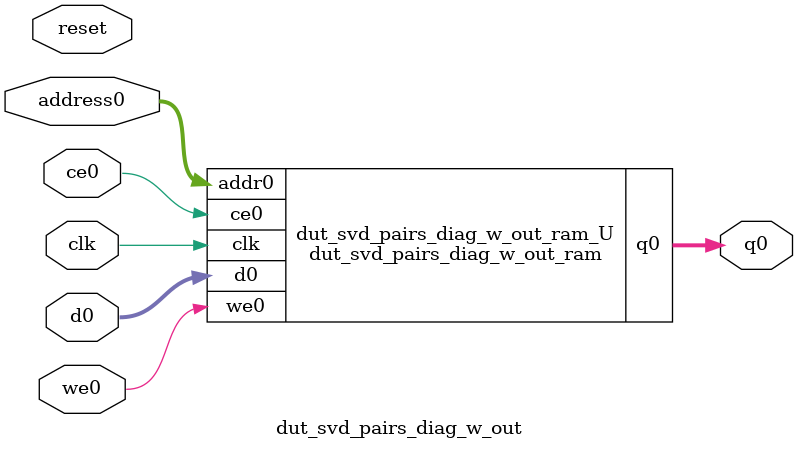
<source format=v>

`timescale 1 ns / 1 ps
module dut_svd_pairs_diag_w_out_ram (addr0, ce0, d0, we0, q0,  clk);

parameter DWIDTH = 32;
parameter AWIDTH = 9;
parameter MEM_SIZE = 392;

input[AWIDTH-1:0] addr0;
input ce0;
input[DWIDTH-1:0] d0;
input we0;
output reg[DWIDTH-1:0] q0;
input clk;

(* ram_style = "block" *)reg [DWIDTH-1:0] ram[MEM_SIZE-1:0];




always @(posedge clk)  
begin 
    if (ce0) 
    begin
        if (we0) 
        begin 
            ram[addr0] <= d0; 
            q0 <= d0;
        end 
        else 
            q0 <= ram[addr0];
    end
end


endmodule


`timescale 1 ns / 1 ps
module dut_svd_pairs_diag_w_out(
    reset,
    clk,
    address0,
    ce0,
    we0,
    d0,
    q0);

parameter DataWidth = 32'd32;
parameter AddressRange = 32'd392;
parameter AddressWidth = 32'd9;
input reset;
input clk;
input[AddressWidth - 1:0] address0;
input ce0;
input we0;
input[DataWidth - 1:0] d0;
output[DataWidth - 1:0] q0;



dut_svd_pairs_diag_w_out_ram dut_svd_pairs_diag_w_out_ram_U(
    .clk( clk ),
    .addr0( address0 ),
    .ce0( ce0 ),
    .d0( d0 ),
    .we0( we0 ),
    .q0( q0 ));

endmodule


</source>
